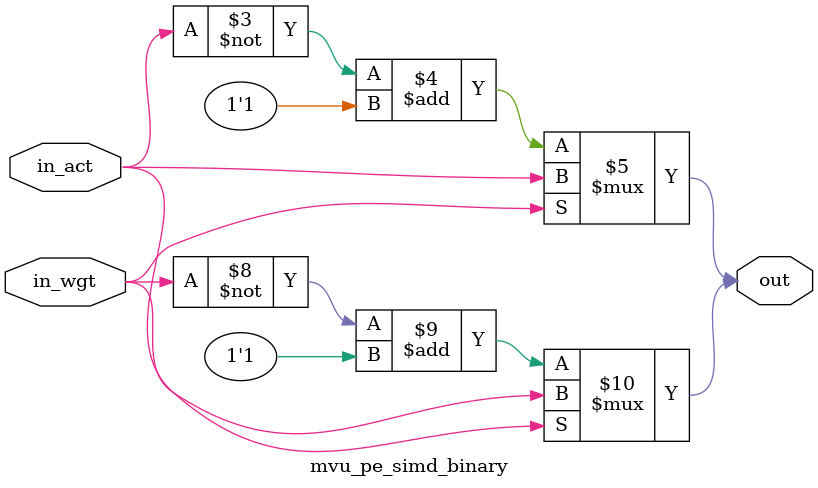
<source format=sv>
/*
 * Module: Binary Multiplication based SIMD
 *
 * */

`timescale 1ns/ 1ns

module mvu_pe_simd_binary #(
    parameter int TSrcI = 1, // Input word length
    parameter int TW = 1, // Weight word length
    parameter int TDstI = 1 // Output word length
) (
    input logic [TSrcI-1:0]     in_act,
    input logic [TW-1:0]        in_wgt,
    output logic [TDstI-1:0]    out
);


generate // If generate statement
    if (TW==1) //  If weight is 1-bit
        always_comb
            out = in_wgt==1'b1 ? in_act : ~in_act + 1'b1;
endgenerate

generate // If generate statement
    if (TSrcI==1) //  If activation is 1-bit
        always_comb
            out = in_act==1'b1 ? in_wgt : ~in_wgt + 1'b1;
endgenerate

endmodule
</source>
